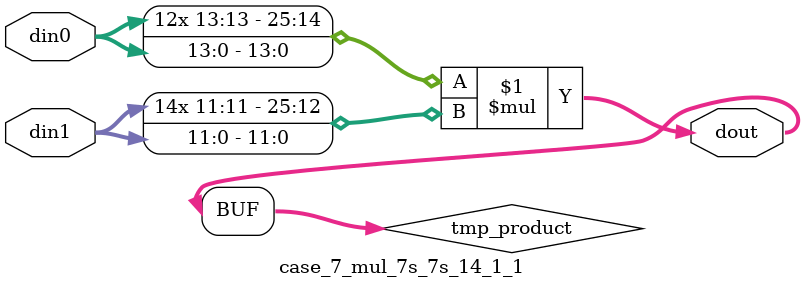
<source format=v>

`timescale 1 ns / 1 ps

 (* use_dsp = "no" *)  module case_7_mul_7s_7s_14_1_1(din0, din1, dout);
parameter ID = 1;
parameter NUM_STAGE = 0;
parameter din0_WIDTH = 14;
parameter din1_WIDTH = 12;
parameter dout_WIDTH = 26;

input [din0_WIDTH - 1 : 0] din0; 
input [din1_WIDTH - 1 : 0] din1; 
output [dout_WIDTH - 1 : 0] dout;

wire signed [dout_WIDTH - 1 : 0] tmp_product;



























assign tmp_product = $signed(din0) * $signed(din1);








assign dout = tmp_product;





















endmodule

</source>
